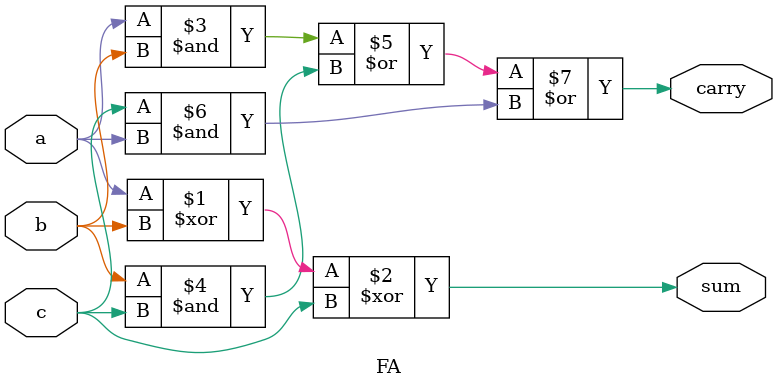
<source format=v>
`timescale 1ns / 1ps


module FA(a,b,c,sum,carry);
input a,b,c;
output sum,carry;
assign sum=a^b^c;
assign carry=(a&b)|(b&c)|(c&a);
endmodule

</source>
